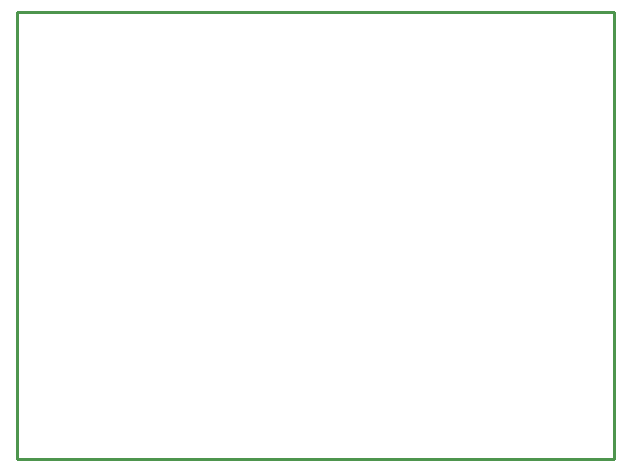
<source format=gbr>
G04 start of page 10 for group -4078 idx -4078 *
G04 Title: (unknown), bottomsilk *
G04 Creator: pcb 4.0.2 *
G04 CreationDate: Thu Oct 28 15:11:31 2021 UTC *
G04 For: ndholmes *
G04 Format: Gerber/RS-274X *
G04 PCB-Dimensions (mil): 2000.00 1500.00 *
G04 PCB-Coordinate-Origin: lower left *
%MOIN*%
%FSLAX25Y25*%
%LNBOTTOMSILK*%
%ADD70C,0.0100*%
G54D70*X500Y149500D02*X199500D01*
Y500D01*
X500D01*
Y149500D01*
M02*

</source>
